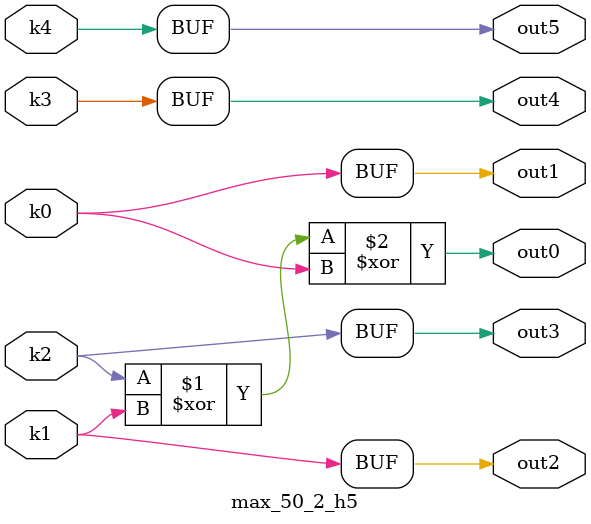
<source format=v>
module max_50_2(pi0, pi1, pi2, pi3, pi4, pi5, po0, po1, po2, po3, po4, po5);
input pi0, pi1, pi2, pi3, pi4, pi5;
output po0, po1, po2, po3, po4, po5;
wire k0, k1, k2, k3, k4;
max_50_2_w5 DUT1 (pi0, pi1, pi2, pi3, pi4, pi5, k0, k1, k2, k3, k4);
max_50_2_h5 DUT2 (k0, k1, k2, k3, k4, po0, po1, po2, po3, po4, po5);
endmodule

module max_50_2_w5(in5, in4, in3, in2, in1, in0, k4, k3, k2, k1, k0);
input in5, in4, in3, in2, in1, in0;
output k4, k3, k2, k1, k0;
assign k0 =   in1 ? ~in5 : ~in3;
assign k1 =   ~in4 & in2;
assign k2 =   (in0 | (in3 & ~in5)) & (in2 | ~in4);
assign k3 =   ~in3 & in5;
assign k4 =   in1;
endmodule

module max_50_2_h5(k4, k3, k2, k1, k0, out5, out4, out3, out2, out1, out0);
input k4, k3, k2, k1, k0;
output out5, out4, out3, out2, out1, out0;
assign out0 = k2 ^ k1 ^ k0;
assign out1 = k0;
assign out2 = k1;
assign out3 = k2;
assign out4 = k3;
assign out5 = k4;
endmodule

</source>
